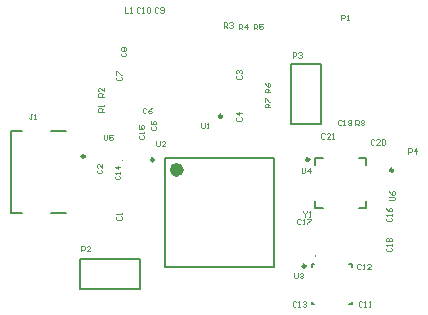
<source format=gto>
G04*
G04 #@! TF.GenerationSoftware,Altium Limited,Altium Designer,19.1.7 (138)*
G04*
G04 Layer_Color=65535*
%FSLAX44Y44*%
%MOMM*%
G71*
G01*
G75*
%ADD10C,0.1000*%
%ADD11C,0.6000*%
%ADD12C,0.2500*%
%ADD13C,0.2000*%
%ADD14C,0.1016*%
D10*
X952021Y791709D02*
G03*
X952021Y791709I-500J0D01*
G01*
D11*
X1000780Y784030D02*
G03*
X1000780Y784030I-3000J0D01*
G01*
D12*
X978530Y792530D02*
G03*
X978530Y792530I-1250J0D01*
G01*
X919810Y795320D02*
G03*
X919810Y795320I-1250J0D01*
G01*
X1106780Y702570D02*
G03*
X1106780Y702570I-1250J0D01*
G01*
X1109900Y792880D02*
G03*
X1109900Y792880I-1250J0D01*
G01*
X1036140Y829345D02*
G03*
X1036140Y829345I-1250J0D01*
G01*
X1181000Y783700D02*
G03*
X1181000Y783700I-1250J0D01*
G01*
D13*
X1115400Y711200D02*
G03*
X1115400Y711200I-500J0D01*
G01*
X987780Y702030D02*
X1079780D01*
X987780Y794030D02*
X1079780D01*
Y702030D02*
Y794030D01*
X987780Y702030D02*
Y794030D01*
X857810Y817320D02*
X867060D01*
X891560D02*
X904110D01*
X857810Y747320D02*
Y817320D01*
Y747320D02*
X867060D01*
X891560D02*
X904110D01*
X1112030Y670070D02*
X1114030D01*
X1112030D02*
Y672070D01*
X1144030Y670070D02*
X1146030D01*
Y672070D01*
Y702070D02*
Y704070D01*
X1144030D02*
X1146030D01*
X1112030D02*
X1114030D01*
X1112030Y702070D02*
Y704070D01*
X1115150Y788130D02*
Y794380D01*
X1121400D01*
X1151900D02*
X1158150D01*
Y788130D02*
Y794380D01*
Y751380D02*
Y757630D01*
X1151900Y751380D02*
X1158150D01*
X1115150D02*
Y757630D01*
Y751380D02*
X1121400D01*
X1094740Y873760D02*
X1120140D01*
Y822960D02*
Y873760D01*
X1094740Y822960D02*
X1120140D01*
X1094740D02*
Y873760D01*
X915670Y708660D02*
X966470D01*
X915670Y683260D02*
Y708660D01*
Y683260D02*
X966470D01*
Y708660D01*
D14*
X1103470Y785620D02*
Y781812D01*
X1104232Y781050D01*
X1105755D01*
X1106517Y781812D01*
Y785620D01*
X1110326Y781050D02*
Y785620D01*
X1108040Y783335D01*
X1111087D01*
X1104900Y748791D02*
Y748029D01*
X1106423Y746505D01*
X1107947Y748029D01*
Y748791D01*
X1106423Y746505D02*
Y744220D01*
X1109471D02*
X1110994D01*
X1110232D01*
Y748791D01*
X1109471Y748029D01*
X1177800Y758190D02*
X1181608D01*
X1182370Y758952D01*
Y760475D01*
X1181608Y761237D01*
X1177800D01*
Y765807D02*
X1178561Y764284D01*
X1180085Y762760D01*
X1181608D01*
X1182370Y763522D01*
Y765046D01*
X1181608Y765807D01*
X1180846D01*
X1180085Y765046D01*
Y762760D01*
X935990Y813560D02*
Y809752D01*
X936752Y808990D01*
X938275D01*
X939037Y809752D01*
Y813560D01*
X943607D02*
X940561D01*
Y811275D01*
X942084Y812037D01*
X942846D01*
X943607Y811275D01*
Y809752D01*
X942846Y808990D01*
X941322D01*
X940561Y809752D01*
X1097280Y696721D02*
Y692912D01*
X1098042Y692150D01*
X1099565D01*
X1100327Y692912D01*
Y696721D01*
X1101851Y695959D02*
X1102612Y696721D01*
X1104136D01*
X1104898Y695959D01*
Y695197D01*
X1104136Y694435D01*
X1103374D01*
X1104136D01*
X1104898Y693673D01*
Y692912D01*
X1104136Y692150D01*
X1102612D01*
X1101851Y692912D01*
X980440Y808481D02*
Y804672D01*
X981202Y803910D01*
X982725D01*
X983487Y804672D01*
Y808481D01*
X988057Y803910D02*
X985011D01*
X988057Y806957D01*
Y807719D01*
X987296Y808481D01*
X985772D01*
X985011Y807719D01*
X1018540Y823720D02*
Y819912D01*
X1019302Y819150D01*
X1020825D01*
X1021587Y819912D01*
Y823720D01*
X1023111Y819150D02*
X1024634D01*
X1023872D01*
Y823720D01*
X1023111Y822959D01*
X1149010Y821690D02*
Y826261D01*
X1151295D01*
X1152057Y825499D01*
Y823975D01*
X1151295Y823214D01*
X1149010D01*
X1150534D02*
X1152057Y821690D01*
X1153580Y825499D02*
X1154342Y826261D01*
X1155866D01*
X1156628Y825499D01*
Y824737D01*
X1155866Y823975D01*
X1156628Y823214D01*
Y822452D01*
X1155866Y821690D01*
X1154342D01*
X1153580Y822452D01*
Y823214D01*
X1154342Y823975D01*
X1153580Y824737D01*
Y825499D01*
X1154342Y823975D02*
X1155866D01*
X1076960Y836930D02*
X1072390D01*
Y839215D01*
X1073151Y839977D01*
X1074675D01*
X1075436Y839215D01*
Y836930D01*
Y838454D02*
X1076960Y839977D01*
X1072390Y841500D02*
Y844548D01*
X1073151D01*
X1076198Y841500D01*
X1076960D01*
Y849630D02*
X1072390D01*
Y851915D01*
X1073151Y852677D01*
X1074675D01*
X1075436Y851915D01*
Y849630D01*
Y851153D02*
X1076960Y852677D01*
X1072390Y857247D02*
X1073151Y855724D01*
X1074675Y854201D01*
X1076198D01*
X1076960Y854962D01*
Y856486D01*
X1076198Y857247D01*
X1075436D01*
X1074675Y856486D01*
Y854201D01*
X1062990Y902970D02*
Y907541D01*
X1065275D01*
X1066037Y906779D01*
Y905255D01*
X1065275Y904493D01*
X1062990D01*
X1064513D02*
X1066037Y902970D01*
X1070608Y907541D02*
X1067561D01*
Y905255D01*
X1069084Y906017D01*
X1069846D01*
X1070608Y905255D01*
Y903732D01*
X1069846Y902970D01*
X1068322D01*
X1067561Y903732D01*
X1050290Y902970D02*
Y907541D01*
X1052575D01*
X1053337Y906779D01*
Y905255D01*
X1052575Y904493D01*
X1050290D01*
X1051814D02*
X1053337Y902970D01*
X1057146D02*
Y907541D01*
X1054861Y905255D01*
X1057907D01*
X1037590Y904240D02*
Y908811D01*
X1039875D01*
X1040637Y908049D01*
Y906525D01*
X1039875Y905763D01*
X1037590D01*
X1039113D02*
X1040637Y904240D01*
X1042160Y908049D02*
X1042922Y908811D01*
X1044446D01*
X1045208Y908049D01*
Y907287D01*
X1044446Y906525D01*
X1043684D01*
X1044446D01*
X1045208Y905763D01*
Y905002D01*
X1044446Y904240D01*
X1042922D01*
X1042160Y905002D01*
X935990Y845820D02*
X931420D01*
Y848105D01*
X932181Y848867D01*
X933705D01*
X934466Y848105D01*
Y845820D01*
Y847344D02*
X935990Y848867D01*
Y853438D02*
Y850390D01*
X932943Y853438D01*
X932181D01*
X931420Y852676D01*
Y851152D01*
X932181Y850390D01*
X935990Y833120D02*
X931420D01*
Y835405D01*
X932181Y836167D01*
X933705D01*
X934466Y835405D01*
Y833120D01*
Y834643D02*
X935990Y836167D01*
Y837691D02*
Y839214D01*
Y838452D01*
X931420D01*
X932181Y837691D01*
X1193800Y797560D02*
Y802131D01*
X1196085D01*
X1196847Y801369D01*
Y799845D01*
X1196085Y799083D01*
X1193800D01*
X1200656Y797560D02*
Y802131D01*
X1198371Y799845D01*
X1201417D01*
X1096010Y878840D02*
Y883410D01*
X1098295D01*
X1099057Y882649D01*
Y881125D01*
X1098295Y880363D01*
X1096010D01*
X1100581Y882649D02*
X1101342Y883410D01*
X1102866D01*
X1103627Y882649D01*
Y881887D01*
X1102866Y881125D01*
X1102104D01*
X1102866D01*
X1103627Y880363D01*
Y879602D01*
X1102866Y878840D01*
X1101342D01*
X1100581Y879602D01*
X916940Y715010D02*
Y719581D01*
X919225D01*
X919987Y718819D01*
Y717295D01*
X919225Y716534D01*
X916940D01*
X924557Y715010D02*
X921510D01*
X924557Y718057D01*
Y718819D01*
X923796Y719581D01*
X922272D01*
X921510Y718819D01*
X1137158Y910844D02*
Y915415D01*
X1139443D01*
X1140205Y914653D01*
Y913129D01*
X1139443Y912367D01*
X1137158D01*
X1141729Y910844D02*
X1143252D01*
X1142490D01*
Y915415D01*
X1141729Y914653D01*
X953770Y921510D02*
Y916940D01*
X956817D01*
X958341D02*
X959864D01*
X959102D01*
Y921510D01*
X958341Y920749D01*
X875537Y831340D02*
X874014D01*
X874775D01*
Y827532D01*
X874014Y826770D01*
X873252D01*
X872490Y827532D01*
X877060Y826770D02*
X878584D01*
X877822D01*
Y831340D01*
X877060Y830579D01*
X1123187Y814069D02*
X1122425Y814830D01*
X1120902D01*
X1120140Y814069D01*
Y811022D01*
X1120902Y810260D01*
X1122425D01*
X1123187Y811022D01*
X1127757Y810260D02*
X1124710D01*
X1127757Y813307D01*
Y814069D01*
X1126996Y814830D01*
X1125472D01*
X1124710Y814069D01*
X1129281Y810260D02*
X1130805D01*
X1130043D01*
Y814830D01*
X1129281Y814069D01*
X1165097Y808989D02*
X1164335Y809751D01*
X1162812D01*
X1162050Y808989D01*
Y805942D01*
X1162812Y805180D01*
X1164335D01*
X1165097Y805942D01*
X1169668Y805180D02*
X1166620D01*
X1169668Y808227D01*
Y808989D01*
X1168906Y809751D01*
X1167382D01*
X1166620Y808989D01*
X1171191D02*
X1171953Y809751D01*
X1173476D01*
X1174238Y808989D01*
Y805942D01*
X1173476Y805180D01*
X1171953D01*
X1171191Y805942D01*
Y808989D01*
X1137317Y825579D02*
X1136555Y826340D01*
X1135032D01*
X1134270Y825579D01*
Y822532D01*
X1135032Y821770D01*
X1136555D01*
X1137317Y822532D01*
X1138840Y821770D02*
X1140364D01*
X1139602D01*
Y826340D01*
X1138840Y825579D01*
X1142649Y822532D02*
X1143411Y821770D01*
X1144935D01*
X1145696Y822532D01*
Y825579D01*
X1144935Y826340D01*
X1143411D01*
X1142649Y825579D01*
Y824817D01*
X1143411Y824055D01*
X1145696D01*
X1176021Y718057D02*
X1175259Y717295D01*
Y715772D01*
X1176021Y715010D01*
X1179068D01*
X1179830Y715772D01*
Y717295D01*
X1179068Y718057D01*
X1179830Y719581D02*
Y721104D01*
Y720342D01*
X1175259D01*
X1176021Y719581D01*
Y723389D02*
X1175259Y724151D01*
Y725675D01*
X1176021Y726436D01*
X1176783D01*
X1177545Y725675D01*
X1178307Y726436D01*
X1179068D01*
X1179830Y725675D01*
Y724151D01*
X1179068Y723389D01*
X1178307D01*
X1177545Y724151D01*
X1176783Y723389D01*
X1176021D01*
X1177545Y724151D02*
Y725675D01*
X1102867Y741679D02*
X1102105Y742440D01*
X1100582D01*
X1099820Y741679D01*
Y738632D01*
X1100582Y737870D01*
X1102105D01*
X1102867Y738632D01*
X1104390Y737870D02*
X1105914D01*
X1105152D01*
Y742440D01*
X1104390Y741679D01*
X1108199Y742440D02*
X1111246D01*
Y741679D01*
X1108199Y738632D01*
Y737870D01*
X1176021Y743457D02*
X1175259Y742695D01*
Y741172D01*
X1176021Y740410D01*
X1179068D01*
X1179830Y741172D01*
Y742695D01*
X1179068Y743457D01*
X1179830Y744980D02*
Y746504D01*
Y745742D01*
X1175259D01*
X1176021Y744980D01*
X1175259Y751836D02*
X1176021Y750313D01*
X1177545Y748789D01*
X1179068D01*
X1179830Y749551D01*
Y751075D01*
X1179068Y751836D01*
X1178307D01*
X1177545Y751075D01*
Y748789D01*
X966471Y813307D02*
X965710Y812545D01*
Y811022D01*
X966471Y810260D01*
X969518D01*
X970280Y811022D01*
Y812545D01*
X969518Y813307D01*
X970280Y814830D02*
Y816354D01*
Y815592D01*
X965710D01*
X966471Y814830D01*
X965710Y821686D02*
Y818639D01*
X967995D01*
X967233Y820163D01*
Y820925D01*
X967995Y821686D01*
X969518D01*
X970280Y820925D01*
Y819401D01*
X969518Y818639D01*
X946151Y779017D02*
X945389Y778255D01*
Y776732D01*
X946151Y775970D01*
X949198D01*
X949960Y776732D01*
Y778255D01*
X949198Y779017D01*
X949960Y780540D02*
Y782064D01*
Y781302D01*
X945389D01*
X946151Y780540D01*
X949960Y786635D02*
X945389D01*
X947675Y784349D01*
Y787396D01*
X1099057Y671829D02*
X1098295Y672590D01*
X1096772D01*
X1096010Y671829D01*
Y668782D01*
X1096772Y668020D01*
X1098295D01*
X1099057Y668782D01*
X1100581Y668020D02*
X1102104D01*
X1101342D01*
Y672590D01*
X1100581Y671829D01*
X1104389D02*
X1105151Y672590D01*
X1106675D01*
X1107436Y671829D01*
Y671067D01*
X1106675Y670305D01*
X1105913D01*
X1106675D01*
X1107436Y669544D01*
Y668782D01*
X1106675Y668020D01*
X1105151D01*
X1104389Y668782D01*
X1153667Y703579D02*
X1152905Y704341D01*
X1151382D01*
X1150620Y703579D01*
Y700532D01*
X1151382Y699770D01*
X1152905D01*
X1153667Y700532D01*
X1155191Y699770D02*
X1156714D01*
X1155952D01*
Y704341D01*
X1155191Y703579D01*
X1162046Y699770D02*
X1158999D01*
X1162046Y702817D01*
Y703579D01*
X1161285Y704341D01*
X1159761D01*
X1158999Y703579D01*
X1154937Y671829D02*
X1154175Y672590D01*
X1152652D01*
X1151890Y671829D01*
Y668782D01*
X1152652Y668020D01*
X1154175D01*
X1154937Y668782D01*
X1156460Y668020D02*
X1157984D01*
X1157222D01*
Y672590D01*
X1156460Y671829D01*
X1160269Y668020D02*
X1161793D01*
X1161031D01*
Y672590D01*
X1160269Y671829D01*
X966977Y920749D02*
X966215Y921510D01*
X964692D01*
X963930Y920749D01*
Y917702D01*
X964692Y916940D01*
X966215D01*
X966977Y917702D01*
X968501Y916940D02*
X970024D01*
X969262D01*
Y921510D01*
X968501Y920749D01*
X972309D02*
X973071Y921510D01*
X974595D01*
X975356Y920749D01*
Y917702D01*
X974595Y916940D01*
X973071D01*
X972309Y917702D01*
Y920749D01*
X982217D02*
X981455Y921510D01*
X979932D01*
X979170Y920749D01*
Y917702D01*
X979932Y916940D01*
X981455D01*
X982217Y917702D01*
X983740D02*
X984502Y916940D01*
X986026D01*
X986787Y917702D01*
Y920749D01*
X986026Y921510D01*
X984502D01*
X983740Y920749D01*
Y919987D01*
X984502Y919225D01*
X986787D01*
X951231Y883157D02*
X950470Y882395D01*
Y880872D01*
X951231Y880110D01*
X954278D01*
X955040Y880872D01*
Y882395D01*
X954278Y883157D01*
X951231Y884680D02*
X950470Y885442D01*
Y886966D01*
X951231Y887728D01*
X951993D01*
X952755Y886966D01*
X953516Y887728D01*
X954278D01*
X955040Y886966D01*
Y885442D01*
X954278Y884680D01*
X953516D01*
X952755Y885442D01*
X951993Y884680D01*
X951231D01*
X952755Y885442D02*
Y886966D01*
X947421Y862837D02*
X946659Y862075D01*
Y860552D01*
X947421Y859790D01*
X950468D01*
X951230Y860552D01*
Y862075D01*
X950468Y862837D01*
X946659Y864361D02*
Y867408D01*
X947421D01*
X950468Y864361D01*
X951230D01*
X972057Y835659D02*
X971295Y836421D01*
X969772D01*
X969010Y835659D01*
Y832612D01*
X969772Y831850D01*
X971295D01*
X972057Y832612D01*
X976628Y836421D02*
X975104Y835659D01*
X973580Y834135D01*
Y832612D01*
X974342Y831850D01*
X975866D01*
X976628Y832612D01*
Y833373D01*
X975866Y834135D01*
X973580D01*
X976631Y820927D02*
X975870Y820165D01*
Y818642D01*
X976631Y817880D01*
X979678D01*
X980440Y818642D01*
Y820165D01*
X979678Y820927D01*
X975870Y825498D02*
Y822450D01*
X978155D01*
X977393Y823974D01*
Y824736D01*
X978155Y825498D01*
X979678D01*
X980440Y824736D01*
Y823212D01*
X979678Y822450D01*
X1049021Y828547D02*
X1048260Y827785D01*
Y826262D01*
X1049021Y825500D01*
X1052068D01*
X1052830Y826262D01*
Y827785D01*
X1052068Y828547D01*
X1052830Y832356D02*
X1048260D01*
X1050545Y830070D01*
Y833118D01*
X1049021Y864107D02*
X1048260Y863345D01*
Y861822D01*
X1049021Y861060D01*
X1052068D01*
X1052830Y861822D01*
Y863345D01*
X1052068Y864107D01*
X1049021Y865630D02*
X1048260Y866392D01*
Y867916D01*
X1049021Y868678D01*
X1049783D01*
X1050545Y867916D01*
Y867154D01*
Y867916D01*
X1051307Y868678D01*
X1052068D01*
X1052830Y867916D01*
Y866392D01*
X1052068Y865630D01*
X930911Y784097D02*
X930150Y783335D01*
Y781812D01*
X930911Y781050D01*
X933958D01*
X934720Y781812D01*
Y783335D01*
X933958Y784097D01*
X934720Y788668D02*
Y785620D01*
X931673Y788668D01*
X930911D01*
X930150Y787906D01*
Y786382D01*
X930911Y785620D01*
X947421Y744727D02*
X946659Y743965D01*
Y742442D01*
X947421Y741680D01*
X950468D01*
X951230Y742442D01*
Y743965D01*
X950468Y744727D01*
X951230Y746251D02*
Y747774D01*
Y747012D01*
X946659D01*
X947421Y746251D01*
M02*

</source>
